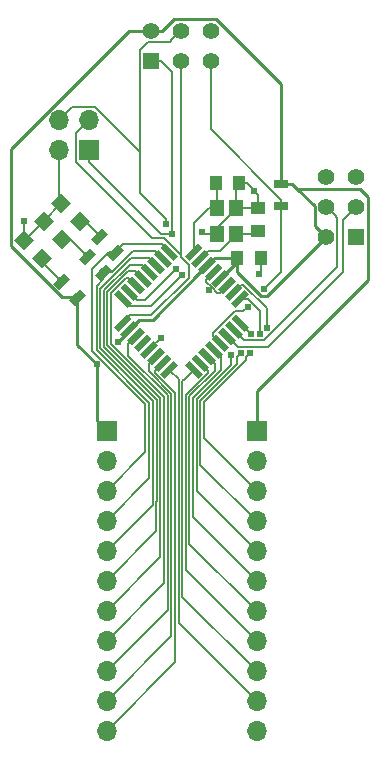
<source format=gtl>
G04 #@! TF.GenerationSoftware,KiCad,Pcbnew,5.0.2-bee76a0~70~ubuntu18.04.1*
G04 #@! TF.CreationDate,2019-11-24T23:22:00-05:00*
G04 #@! TF.ProjectId,328_Hacker,3332385f-4861-4636-9b65-722e6b696361,rev?*
G04 #@! TF.SameCoordinates,Original*
G04 #@! TF.FileFunction,Copper,L1,Top*
G04 #@! TF.FilePolarity,Positive*
%FSLAX46Y46*%
G04 Gerber Fmt 4.6, Leading zero omitted, Abs format (unit mm)*
G04 Created by KiCad (PCBNEW 5.0.2-bee76a0~70~ubuntu18.04.1) date Sun 24 Nov 2019 11:22:00 PM EST*
%MOMM*%
%LPD*%
G01*
G04 APERTURE LIST*
G04 #@! TA.AperFunction,SMDPad,CuDef*
%ADD10C,1.200000*%
G04 #@! TD*
G04 #@! TA.AperFunction,Conductor*
%ADD11C,0.100000*%
G04 #@! TD*
G04 #@! TA.AperFunction,ComponentPad*
%ADD12R,1.400000X1.400000*%
G04 #@! TD*
G04 #@! TA.AperFunction,ComponentPad*
%ADD13C,1.400000*%
G04 #@! TD*
G04 #@! TA.AperFunction,SMDPad,CuDef*
%ADD14R,1.000000X1.250000*%
G04 #@! TD*
G04 #@! TA.AperFunction,SMDPad,CuDef*
%ADD15R,1.250000X1.000000*%
G04 #@! TD*
G04 #@! TA.AperFunction,SMDPad,CuDef*
%ADD16R,1.300000X0.700000*%
G04 #@! TD*
G04 #@! TA.AperFunction,SMDPad,CuDef*
%ADD17C,0.550000*%
G04 #@! TD*
G04 #@! TA.AperFunction,SMDPad,CuDef*
%ADD18R,1.200000X1.400000*%
G04 #@! TD*
G04 #@! TA.AperFunction,ComponentPad*
%ADD19R,1.700000X1.700000*%
G04 #@! TD*
G04 #@! TA.AperFunction,ComponentPad*
%ADD20O,1.700000X1.700000*%
G04 #@! TD*
G04 #@! TA.AperFunction,SMDPad,CuDef*
%ADD21C,0.700000*%
G04 #@! TD*
G04 #@! TA.AperFunction,ViaPad*
%ADD22C,0.609600*%
G04 #@! TD*
G04 #@! TA.AperFunction,Conductor*
%ADD23C,0.152400*%
G04 #@! TD*
G04 #@! TA.AperFunction,Conductor*
%ADD24C,0.254000*%
G04 #@! TD*
G04 APERTURE END LIST*
D10*
G04 #@! TO.P,D1,2*
G04 #@! TO.N,Net-(D1-Pad2)*
X58054817Y-46345417D03*
D11*
G04 #@! TD*
G04 #@! TO.N,Net-(D1-Pad2)*
G04 #@! TO.C,D1*
G36*
X58903345Y-46345417D02*
X58054817Y-47193945D01*
X57206289Y-46345417D01*
X58054817Y-45496889D01*
X58903345Y-46345417D01*
X58903345Y-46345417D01*
G37*
D10*
G04 #@! TO.P,D1,1*
G04 #@! TO.N,GND*
X56499183Y-44789783D03*
D11*
G04 #@! TD*
G04 #@! TO.N,GND*
G04 #@! TO.C,D1*
G36*
X57347711Y-44789783D02*
X56499183Y-45638311D01*
X55650655Y-44789783D01*
X56499183Y-43941255D01*
X57347711Y-44789783D01*
X57347711Y-44789783D01*
G37*
D12*
G04 #@! TO.P,J4,1*
G04 #@! TO.N,/MISO*
X67233800Y-29616400D03*
D13*
G04 #@! TO.P,J4,2*
G04 #@! TO.N,VCC*
X67233800Y-27076400D03*
G04 #@! TO.P,J4,3*
G04 #@! TO.N,/SCK*
X69773800Y-29616400D03*
G04 #@! TO.P,J4,4*
G04 #@! TO.N,/MOSI*
X69773800Y-27076400D03*
G04 #@! TO.P,J4,5*
G04 #@! TO.N,/~RESET*
X72313799Y-29616400D03*
G04 #@! TO.P,J4,6*
G04 #@! TO.N,GND*
X72313800Y-27076400D03*
G04 #@! TD*
D14*
G04 #@! TO.P,C1,1*
G04 #@! TO.N,GND*
X76565000Y-46319440D03*
G04 #@! TO.P,C1,2*
G04 #@! TO.N,VCC*
X74565000Y-46319440D03*
G04 #@! TD*
D15*
G04 #@! TO.P,C2,2*
G04 #@! TO.N,Net-(C2-Pad2)*
X76321920Y-44075860D03*
G04 #@! TO.P,C2,1*
G04 #@! TO.N,GND*
X76321920Y-42075860D03*
G04 #@! TD*
D14*
G04 #@! TO.P,C3,1*
G04 #@! TO.N,GND*
X74751440Y-39961820D03*
G04 #@! TO.P,C3,2*
G04 #@! TO.N,Net-(C3-Pad2)*
X72751440Y-39961820D03*
G04 #@! TD*
D13*
G04 #@! TO.P,J3,6*
G04 #@! TO.N,GND*
X82113120Y-39476680D03*
G04 #@! TO.P,J3,5*
G04 #@! TO.N,Net-(J3-Pad5)*
X84653120Y-39476680D03*
G04 #@! TO.P,J3,4*
G04 #@! TO.N,/TxD*
X82113120Y-42016680D03*
G04 #@! TO.P,J3,3*
G04 #@! TO.N,/RxD*
X84653120Y-42016680D03*
G04 #@! TO.P,J3,2*
G04 #@! TO.N,VCC*
X82113120Y-44556680D03*
D12*
G04 #@! TO.P,J3,1*
G04 #@! TO.N,Net-(J3-Pad1)*
X84653120Y-44556680D03*
G04 #@! TD*
D16*
G04 #@! TO.P,R1,1*
G04 #@! TO.N,VCC*
X78310740Y-40022740D03*
G04 #@! TO.P,R1,2*
G04 #@! TO.N,/~RESET*
X78310740Y-41922740D03*
G04 #@! TD*
D17*
G04 #@! TO.P,U1,1*
G04 #@! TO.N,/5R*
X74835103Y-49774695D03*
D11*
G04 #@! TD*
G04 #@! TO.N,/5R*
G04 #@! TO.C,U1*
G36*
X75206334Y-49014555D02*
X75595243Y-49403464D01*
X74463872Y-50534835D01*
X74074963Y-50145926D01*
X75206334Y-49014555D01*
X75206334Y-49014555D01*
G37*
D17*
G04 #@! TO.P,U1,2*
G04 #@! TO.N,/4R*
X74269417Y-49209010D03*
D11*
G04 #@! TD*
G04 #@! TO.N,/4R*
G04 #@! TO.C,U1*
G36*
X74640648Y-48448870D02*
X75029557Y-48837779D01*
X73898186Y-49969150D01*
X73509277Y-49580241D01*
X74640648Y-48448870D01*
X74640648Y-48448870D01*
G37*
D17*
G04 #@! TO.P,U1,3*
G04 #@! TO.N,GND*
X73703732Y-48643324D03*
D11*
G04 #@! TD*
G04 #@! TO.N,GND*
G04 #@! TO.C,U1*
G36*
X74074963Y-47883184D02*
X74463872Y-48272093D01*
X73332501Y-49403464D01*
X72943592Y-49014555D01*
X74074963Y-47883184D01*
X74074963Y-47883184D01*
G37*
D17*
G04 #@! TO.P,U1,4*
G04 #@! TO.N,VCC*
X73138047Y-48077639D03*
D11*
G04 #@! TD*
G04 #@! TO.N,VCC*
G04 #@! TO.C,U1*
G36*
X73509278Y-47317499D02*
X73898187Y-47706408D01*
X72766816Y-48837779D01*
X72377907Y-48448870D01*
X73509278Y-47317499D01*
X73509278Y-47317499D01*
G37*
D17*
G04 #@! TO.P,U1,5*
G04 #@! TO.N,GND*
X72572361Y-47511953D03*
D11*
G04 #@! TD*
G04 #@! TO.N,GND*
G04 #@! TO.C,U1*
G36*
X72943592Y-46751813D02*
X73332501Y-47140722D01*
X72201130Y-48272093D01*
X71812221Y-47883184D01*
X72943592Y-46751813D01*
X72943592Y-46751813D01*
G37*
D17*
G04 #@! TO.P,U1,6*
G04 #@! TO.N,VCC*
X72006676Y-46946268D03*
D11*
G04 #@! TD*
G04 #@! TO.N,VCC*
G04 #@! TO.C,U1*
G36*
X72377907Y-46186128D02*
X72766816Y-46575037D01*
X71635445Y-47706408D01*
X71246536Y-47317499D01*
X72377907Y-46186128D01*
X72377907Y-46186128D01*
G37*
D17*
G04 #@! TO.P,U1,7*
G04 #@! TO.N,Net-(C2-Pad2)*
X71440990Y-46380583D03*
D11*
G04 #@! TD*
G04 #@! TO.N,Net-(C2-Pad2)*
G04 #@! TO.C,U1*
G36*
X71812221Y-45620443D02*
X72201130Y-46009352D01*
X71069759Y-47140723D01*
X70680850Y-46751814D01*
X71812221Y-45620443D01*
X71812221Y-45620443D01*
G37*
D17*
G04 #@! TO.P,U1,8*
G04 #@! TO.N,Net-(C3-Pad2)*
X70875305Y-45814897D03*
D11*
G04 #@! TD*
G04 #@! TO.N,Net-(C3-Pad2)*
G04 #@! TO.C,U1*
G36*
X71246536Y-45054757D02*
X71635445Y-45443666D01*
X70504074Y-46575037D01*
X70115165Y-46186128D01*
X71246536Y-45054757D01*
X71246536Y-45054757D01*
G37*
D17*
G04 #@! TO.P,U1,9*
G04 #@! TO.N,/1L*
X68824695Y-45814897D03*
D11*
G04 #@! TD*
G04 #@! TO.N,/1L*
G04 #@! TO.C,U1*
G36*
X68064555Y-45443666D02*
X68453464Y-45054757D01*
X69584835Y-46186128D01*
X69195926Y-46575037D01*
X68064555Y-45443666D01*
X68064555Y-45443666D01*
G37*
D17*
G04 #@! TO.P,U1,10*
G04 #@! TO.N,/2L*
X68259010Y-46380583D03*
D11*
G04 #@! TD*
G04 #@! TO.N,/2L*
G04 #@! TO.C,U1*
G36*
X67498870Y-46009352D02*
X67887779Y-45620443D01*
X69019150Y-46751814D01*
X68630241Y-47140723D01*
X67498870Y-46009352D01*
X67498870Y-46009352D01*
G37*
D17*
G04 #@! TO.P,U1,11*
G04 #@! TO.N,/3L*
X67693324Y-46946268D03*
D11*
G04 #@! TD*
G04 #@! TO.N,/3L*
G04 #@! TO.C,U1*
G36*
X66933184Y-46575037D02*
X67322093Y-46186128D01*
X68453464Y-47317499D01*
X68064555Y-47706408D01*
X66933184Y-46575037D01*
X66933184Y-46575037D01*
G37*
D17*
G04 #@! TO.P,U1,12*
G04 #@! TO.N,/4L*
X67127639Y-47511953D03*
D11*
G04 #@! TD*
G04 #@! TO.N,/4L*
G04 #@! TO.C,U1*
G36*
X66367499Y-47140722D02*
X66756408Y-46751813D01*
X67887779Y-47883184D01*
X67498870Y-48272093D01*
X66367499Y-47140722D01*
X66367499Y-47140722D01*
G37*
D17*
G04 #@! TO.P,U1,13*
G04 #@! TO.N,/5L*
X66561953Y-48077639D03*
D11*
G04 #@! TD*
G04 #@! TO.N,/5L*
G04 #@! TO.C,U1*
G36*
X65801813Y-47706408D02*
X66190722Y-47317499D01*
X67322093Y-48448870D01*
X66933184Y-48837779D01*
X65801813Y-47706408D01*
X65801813Y-47706408D01*
G37*
D17*
G04 #@! TO.P,U1,14*
G04 #@! TO.N,/6L*
X65996268Y-48643324D03*
D11*
G04 #@! TD*
G04 #@! TO.N,/6L*
G04 #@! TO.C,U1*
G36*
X65236128Y-48272093D02*
X65625037Y-47883184D01*
X66756408Y-49014555D01*
X66367499Y-49403464D01*
X65236128Y-48272093D01*
X65236128Y-48272093D01*
G37*
D17*
G04 #@! TO.P,U1,15*
G04 #@! TO.N,/MOSI*
X65430583Y-49209010D03*
D11*
G04 #@! TD*
G04 #@! TO.N,/MOSI*
G04 #@! TO.C,U1*
G36*
X64670443Y-48837779D02*
X65059352Y-48448870D01*
X66190723Y-49580241D01*
X65801814Y-49969150D01*
X64670443Y-48837779D01*
X64670443Y-48837779D01*
G37*
D17*
G04 #@! TO.P,U1,16*
G04 #@! TO.N,/MISO*
X64864897Y-49774695D03*
D11*
G04 #@! TD*
G04 #@! TO.N,/MISO*
G04 #@! TO.C,U1*
G36*
X64104757Y-49403464D02*
X64493666Y-49014555D01*
X65625037Y-50145926D01*
X65236128Y-50534835D01*
X64104757Y-49403464D01*
X64104757Y-49403464D01*
G37*
D17*
G04 #@! TO.P,U1,17*
G04 #@! TO.N,/SCK*
X64864897Y-51825305D03*
D11*
G04 #@! TD*
G04 #@! TO.N,/SCK*
G04 #@! TO.C,U1*
G36*
X65236128Y-51065165D02*
X65625037Y-51454074D01*
X64493666Y-52585445D01*
X64104757Y-52196536D01*
X65236128Y-51065165D01*
X65236128Y-51065165D01*
G37*
D17*
G04 #@! TO.P,U1,18*
G04 #@! TO.N,VCC*
X65430583Y-52390990D03*
D11*
G04 #@! TD*
G04 #@! TO.N,VCC*
G04 #@! TO.C,U1*
G36*
X65801814Y-51630850D02*
X66190723Y-52019759D01*
X65059352Y-53151130D01*
X64670443Y-52762221D01*
X65801814Y-51630850D01*
X65801814Y-51630850D01*
G37*
D17*
G04 #@! TO.P,U1,19*
G04 #@! TO.N,/7L*
X65996268Y-52956676D03*
D11*
G04 #@! TD*
G04 #@! TO.N,/7L*
G04 #@! TO.C,U1*
G36*
X66367499Y-52196536D02*
X66756408Y-52585445D01*
X65625037Y-53716816D01*
X65236128Y-53327907D01*
X66367499Y-52196536D01*
X66367499Y-52196536D01*
G37*
D17*
G04 #@! TO.P,U1,20*
G04 #@! TO.N,Net-(U1-Pad20)*
X66561953Y-53522361D03*
D11*
G04 #@! TD*
G04 #@! TO.N,Net-(U1-Pad20)*
G04 #@! TO.C,U1*
G36*
X66933184Y-52762221D02*
X67322093Y-53151130D01*
X66190722Y-54282501D01*
X65801813Y-53893592D01*
X66933184Y-52762221D01*
X66933184Y-52762221D01*
G37*
D17*
G04 #@! TO.P,U1,21*
G04 #@! TO.N,GND*
X67127639Y-54088047D03*
D11*
G04 #@! TD*
G04 #@! TO.N,GND*
G04 #@! TO.C,U1*
G36*
X67498870Y-53327907D02*
X67887779Y-53716816D01*
X66756408Y-54848187D01*
X66367499Y-54459278D01*
X67498870Y-53327907D01*
X67498870Y-53327907D01*
G37*
D17*
G04 #@! TO.P,U1,22*
G04 #@! TO.N,/8L*
X67693324Y-54653732D03*
D11*
G04 #@! TD*
G04 #@! TO.N,/8L*
G04 #@! TO.C,U1*
G36*
X68064555Y-53893592D02*
X68453464Y-54282501D01*
X67322093Y-55413872D01*
X66933184Y-55024963D01*
X68064555Y-53893592D01*
X68064555Y-53893592D01*
G37*
D17*
G04 #@! TO.P,U1,23*
G04 #@! TO.N,/9L*
X68259010Y-55219417D03*
D11*
G04 #@! TD*
G04 #@! TO.N,/9L*
G04 #@! TO.C,U1*
G36*
X68630241Y-54459277D02*
X69019150Y-54848186D01*
X67887779Y-55979557D01*
X67498870Y-55590648D01*
X68630241Y-54459277D01*
X68630241Y-54459277D01*
G37*
D17*
G04 #@! TO.P,U1,24*
G04 #@! TO.N,/10L*
X68824695Y-55785103D03*
D11*
G04 #@! TD*
G04 #@! TO.N,/10L*
G04 #@! TO.C,U1*
G36*
X69195926Y-55024963D02*
X69584835Y-55413872D01*
X68453464Y-56545243D01*
X68064555Y-56156334D01*
X69195926Y-55024963D01*
X69195926Y-55024963D01*
G37*
D17*
G04 #@! TO.P,U1,25*
G04 #@! TO.N,/10R*
X70875305Y-55785103D03*
D11*
G04 #@! TD*
G04 #@! TO.N,/10R*
G04 #@! TO.C,U1*
G36*
X70115165Y-55413872D02*
X70504074Y-55024963D01*
X71635445Y-56156334D01*
X71246536Y-56545243D01*
X70115165Y-55413872D01*
X70115165Y-55413872D01*
G37*
D17*
G04 #@! TO.P,U1,26*
G04 #@! TO.N,/9R*
X71440990Y-55219417D03*
D11*
G04 #@! TD*
G04 #@! TO.N,/9R*
G04 #@! TO.C,U1*
G36*
X70680850Y-54848186D02*
X71069759Y-54459277D01*
X72201130Y-55590648D01*
X71812221Y-55979557D01*
X70680850Y-54848186D01*
X70680850Y-54848186D01*
G37*
D17*
G04 #@! TO.P,U1,27*
G04 #@! TO.N,/8R*
X72006676Y-54653732D03*
D11*
G04 #@! TD*
G04 #@! TO.N,/8R*
G04 #@! TO.C,U1*
G36*
X71246536Y-54282501D02*
X71635445Y-53893592D01*
X72766816Y-55024963D01*
X72377907Y-55413872D01*
X71246536Y-54282501D01*
X71246536Y-54282501D01*
G37*
D17*
G04 #@! TO.P,U1,28*
G04 #@! TO.N,/7R*
X72572361Y-54088047D03*
D11*
G04 #@! TD*
G04 #@! TO.N,/7R*
G04 #@! TO.C,U1*
G36*
X71812221Y-53716816D02*
X72201130Y-53327907D01*
X73332501Y-54459278D01*
X72943592Y-54848187D01*
X71812221Y-53716816D01*
X71812221Y-53716816D01*
G37*
D17*
G04 #@! TO.P,U1,29*
G04 #@! TO.N,/~RESET*
X73138047Y-53522361D03*
D11*
G04 #@! TD*
G04 #@! TO.N,/~RESET*
G04 #@! TO.C,U1*
G36*
X72377907Y-53151130D02*
X72766816Y-52762221D01*
X73898187Y-53893592D01*
X73509278Y-54282501D01*
X72377907Y-53151130D01*
X72377907Y-53151130D01*
G37*
D17*
G04 #@! TO.P,U1,30*
G04 #@! TO.N,/RxD*
X73703732Y-52956676D03*
D11*
G04 #@! TD*
G04 #@! TO.N,/RxD*
G04 #@! TO.C,U1*
G36*
X72943592Y-52585445D02*
X73332501Y-52196536D01*
X74463872Y-53327907D01*
X74074963Y-53716816D01*
X72943592Y-52585445D01*
X72943592Y-52585445D01*
G37*
D17*
G04 #@! TO.P,U1,31*
G04 #@! TO.N,/TxD*
X74269417Y-52390990D03*
D11*
G04 #@! TD*
G04 #@! TO.N,/TxD*
G04 #@! TO.C,U1*
G36*
X73509277Y-52019759D02*
X73898186Y-51630850D01*
X75029557Y-52762221D01*
X74640648Y-53151130D01*
X73509277Y-52019759D01*
X73509277Y-52019759D01*
G37*
D17*
G04 #@! TO.P,U1,32*
G04 #@! TO.N,/6R*
X74835103Y-51825305D03*
D11*
G04 #@! TD*
G04 #@! TO.N,/6R*
G04 #@! TO.C,U1*
G36*
X74074963Y-51454074D02*
X74463872Y-51065165D01*
X75595243Y-52196536D01*
X75206334Y-52585445D01*
X74074963Y-51454074D01*
X74074963Y-51454074D01*
G37*
D18*
G04 #@! TO.P,Y1,1*
G04 #@! TO.N,Net-(C2-Pad2)*
X74487940Y-44280000D03*
G04 #@! TO.P,Y1,2*
G04 #@! TO.N,GND*
X74487940Y-42080000D03*
G04 #@! TO.P,Y1,3*
G04 #@! TO.N,Net-(C3-Pad2)*
X72887940Y-42080000D03*
G04 #@! TO.P,Y1,4*
G04 #@! TO.N,GND*
X72887940Y-44280000D03*
G04 #@! TD*
D19*
G04 #@! TO.P,J1,1*
G04 #@! TO.N,VCC*
X63500000Y-60960000D03*
D20*
G04 #@! TO.P,J1,2*
G04 #@! TO.N,GND*
X63500000Y-63500000D03*
G04 #@! TO.P,J1,3*
G04 #@! TO.N,/1L*
X63500000Y-66040000D03*
G04 #@! TO.P,J1,4*
G04 #@! TO.N,/2L*
X63500000Y-68580000D03*
G04 #@! TO.P,J1,5*
G04 #@! TO.N,/3L*
X63500000Y-71120000D03*
G04 #@! TO.P,J1,6*
G04 #@! TO.N,/4L*
X63500000Y-73660000D03*
G04 #@! TO.P,J1,7*
G04 #@! TO.N,/5L*
X63500000Y-76200000D03*
G04 #@! TO.P,J1,8*
G04 #@! TO.N,/6L*
X63500000Y-78740000D03*
G04 #@! TO.P,J1,9*
G04 #@! TO.N,/7L*
X63500000Y-81280000D03*
G04 #@! TO.P,J1,10*
G04 #@! TO.N,/8L*
X63500000Y-83820000D03*
G04 #@! TO.P,J1,11*
G04 #@! TO.N,/9L*
X63500000Y-86360000D03*
G04 #@! TD*
G04 #@! TO.P,J2,11*
G04 #@! TO.N,GND*
X76200000Y-86360000D03*
G04 #@! TO.P,J2,10*
G04 #@! TO.N,/10L*
X76200000Y-83820000D03*
G04 #@! TO.P,J2,9*
G04 #@! TO.N,/10R*
X76200000Y-81280000D03*
G04 #@! TO.P,J2,8*
G04 #@! TO.N,/9R*
X76200000Y-78740000D03*
G04 #@! TO.P,J2,7*
G04 #@! TO.N,/8R*
X76200000Y-76200000D03*
G04 #@! TO.P,J2,6*
G04 #@! TO.N,/7R*
X76200000Y-73660000D03*
G04 #@! TO.P,J2,5*
G04 #@! TO.N,/6R*
X76200000Y-71120000D03*
G04 #@! TO.P,J2,4*
G04 #@! TO.N,/5R*
X76200000Y-68580000D03*
G04 #@! TO.P,J2,3*
G04 #@! TO.N,/4R*
X76200000Y-66040000D03*
G04 #@! TO.P,J2,2*
G04 #@! TO.N,GND*
X76200000Y-63500000D03*
D19*
G04 #@! TO.P,J2,1*
G04 #@! TO.N,VCC*
X76200000Y-60960000D03*
G04 #@! TD*
D21*
G04 #@! TO.P,R2,1*
G04 #@! TO.N,VCC*
X61022151Y-49655651D03*
D11*
G04 #@! TD*
G04 #@! TO.N,VCC*
G04 #@! TO.C,R2*
G36*
X61729258Y-49443519D02*
X60810019Y-50362758D01*
X60315044Y-49867783D01*
X61234283Y-48948544D01*
X61729258Y-49443519D01*
X61729258Y-49443519D01*
G37*
D21*
G04 #@! TO.P,R2,2*
G04 #@! TO.N,Net-(D1-Pad2)*
X59678649Y-48312149D03*
D11*
G04 #@! TD*
G04 #@! TO.N,Net-(D1-Pad2)*
G04 #@! TO.C,R2*
G36*
X60385756Y-48100017D02*
X59466517Y-49019256D01*
X58971542Y-48524281D01*
X59890781Y-47605042D01*
X60385756Y-48100017D01*
X60385756Y-48100017D01*
G37*
D10*
G04 #@! TO.P,D2,2*
G04 #@! TO.N,Net-(D2-Pad2)*
X59756617Y-44707117D03*
D11*
G04 #@! TD*
G04 #@! TO.N,Net-(D2-Pad2)*
G04 #@! TO.C,D2*
G36*
X60605145Y-44707117D02*
X59756617Y-45555645D01*
X58908089Y-44707117D01*
X59756617Y-43858589D01*
X60605145Y-44707117D01*
X60605145Y-44707117D01*
G37*
D10*
G04 #@! TO.P,D2,1*
G04 #@! TO.N,GND*
X58200983Y-43151483D03*
D11*
G04 #@! TD*
G04 #@! TO.N,GND*
G04 #@! TO.C,D2*
G36*
X59049511Y-43151483D02*
X58200983Y-44000011D01*
X57352455Y-43151483D01*
X58200983Y-42302955D01*
X59049511Y-43151483D01*
X59049511Y-43151483D01*
G37*
D10*
G04 #@! TO.P,D3,1*
G04 #@! TO.N,GND*
X59683766Y-41675166D03*
D11*
G04 #@! TD*
G04 #@! TO.N,GND*
G04 #@! TO.C,D3*
G36*
X60532294Y-41675166D02*
X59683766Y-42523694D01*
X58835238Y-41675166D01*
X59683766Y-40826638D01*
X60532294Y-41675166D01*
X60532294Y-41675166D01*
G37*
D10*
G04 #@! TO.P,D3,2*
G04 #@! TO.N,Net-(D3-Pad2)*
X61239400Y-43230800D03*
D11*
G04 #@! TD*
G04 #@! TO.N,Net-(D3-Pad2)*
G04 #@! TO.C,D3*
G36*
X62087928Y-43230800D02*
X61239400Y-44079328D01*
X60390872Y-43230800D01*
X61239400Y-42382272D01*
X62087928Y-43230800D01*
X62087928Y-43230800D01*
G37*
D21*
G04 #@! TO.P,R3,2*
G04 #@! TO.N,Net-(D2-Pad2)*
X61888449Y-46191249D03*
D11*
G04 #@! TD*
G04 #@! TO.N,Net-(D2-Pad2)*
G04 #@! TO.C,R3*
G36*
X62595556Y-45979117D02*
X61676317Y-46898356D01*
X61181342Y-46403381D01*
X62100581Y-45484142D01*
X62595556Y-45979117D01*
X62595556Y-45979117D01*
G37*
D21*
G04 #@! TO.P,R3,1*
G04 #@! TO.N,/2L*
X63231951Y-47534751D03*
D11*
G04 #@! TD*
G04 #@! TO.N,/2L*
G04 #@! TO.C,R3*
G36*
X63939058Y-47322619D02*
X63019819Y-48241858D01*
X62524844Y-47746883D01*
X63444083Y-46827644D01*
X63939058Y-47322619D01*
X63939058Y-47322619D01*
G37*
D21*
G04 #@! TO.P,R4,1*
G04 #@! TO.N,/1L*
X64273351Y-45832951D03*
D11*
G04 #@! TD*
G04 #@! TO.N,/1L*
G04 #@! TO.C,R4*
G36*
X64980458Y-45620819D02*
X64061219Y-46540058D01*
X63566244Y-46045083D01*
X64485483Y-45125844D01*
X64980458Y-45620819D01*
X64980458Y-45620819D01*
G37*
D21*
G04 #@! TO.P,R4,2*
G04 #@! TO.N,Net-(D3-Pad2)*
X62929849Y-44489449D03*
D11*
G04 #@! TD*
G04 #@! TO.N,Net-(D3-Pad2)*
G04 #@! TO.C,R4*
G36*
X63636956Y-44277317D02*
X62717717Y-45196556D01*
X62222742Y-44701581D01*
X63141981Y-43782342D01*
X63636956Y-44277317D01*
X63636956Y-44277317D01*
G37*
D19*
G04 #@! TO.P,J5,1*
G04 #@! TO.N,/MISO*
X62026800Y-37185600D03*
D20*
G04 #@! TO.P,J5,2*
G04 #@! TO.N,/SCK*
X62026800Y-34645600D03*
G04 #@! TO.P,J5,3*
G04 #@! TO.N,GND*
X59486800Y-37185600D03*
G04 #@! TO.P,J5,4*
G04 #@! TO.N,/MOSI*
X59486800Y-34645600D03*
G04 #@! TD*
D22*
G04 #@! TO.N,GND*
X75984100Y-40690800D03*
X71592440Y-44084240D03*
X76370180Y-47696120D03*
X72138540Y-49070260D03*
X68130420Y-53060600D03*
X56489600Y-43230800D03*
G04 #@! TO.N,VCC*
X64499838Y-53457762D03*
X62653296Y-55304304D03*
G04 #@! TO.N,/6R*
X75742800Y-52730400D03*
X74073947Y-54501641D03*
G04 #@! TO.N,/5R*
X76504801Y-52730401D03*
X74879200Y-54381400D03*
G04 #@! TO.N,/4R*
X77103223Y-52258663D03*
X75641200Y-54381400D03*
G04 #@! TO.N,/MISO*
X69920555Y-47739904D03*
X69044582Y-44312640D03*
G04 #@! TO.N,/MOSI*
X69342000Y-47244000D03*
X68511182Y-43474441D03*
G04 #@! TO.N,/~RESET*
X75439017Y-50460617D03*
X76832460Y-48961028D03*
G04 #@! TD*
D23*
G04 #@! TO.N,GND*
X74487940Y-42180000D02*
X74487940Y-42080000D01*
X72887940Y-43780000D02*
X74487940Y-42180000D01*
X72887940Y-44280000D02*
X72887940Y-43780000D01*
X74487940Y-40225320D02*
X74751440Y-39961820D01*
X74487940Y-42080000D02*
X74487940Y-40225320D01*
X76317780Y-42080000D02*
X76321920Y-42075860D01*
X74487940Y-42080000D02*
X76317780Y-42080000D01*
X75984100Y-40542080D02*
X75984100Y-40690800D01*
X74751440Y-39961820D02*
X75403840Y-39961820D01*
X75403840Y-39961820D02*
X75984100Y-40542080D01*
X76321920Y-41028620D02*
X75984100Y-40690800D01*
X76321920Y-42075860D02*
X76321920Y-41028620D01*
X72887940Y-44280000D02*
X71788200Y-44280000D01*
X71788200Y-44280000D02*
X71592440Y-44084240D01*
X76565000Y-46319440D02*
X76565000Y-47501300D01*
X76565000Y-47501300D02*
X76370180Y-47696120D01*
X71935966Y-48148348D02*
X72572361Y-47511953D01*
X71935966Y-48330234D02*
X71935966Y-48148348D01*
X73067337Y-49279719D02*
X72885451Y-49279719D01*
X73703732Y-48643324D02*
X73067337Y-49279719D01*
X72388972Y-48783240D02*
X72388972Y-48819828D01*
X72388972Y-48819828D02*
X72138540Y-49070260D01*
X72388972Y-48783240D02*
X71935966Y-48330234D01*
X72885451Y-49279719D02*
X72388972Y-48783240D01*
X67127639Y-54088047D02*
X67127639Y-54063381D01*
X67127639Y-54063381D02*
X68130420Y-53060600D01*
X59486800Y-41478200D02*
X59683766Y-41675166D01*
X59486800Y-37185600D02*
X59486800Y-41478200D01*
X58207449Y-43151483D02*
X58200983Y-43151483D01*
X59683766Y-41675166D02*
X58207449Y-43151483D01*
X56562683Y-44789783D02*
X56499183Y-44789783D01*
X58200983Y-43151483D02*
X56562683Y-44789783D01*
X56499183Y-44789783D02*
X56499183Y-43240383D01*
X56499183Y-43240383D02*
X56489600Y-43230800D01*
D24*
G04 #@! TO.N,VCC*
X67408424Y-51544520D02*
X71370281Y-47582663D01*
X71370281Y-47582663D02*
X72006676Y-46946268D01*
X66277053Y-51544520D02*
X67408424Y-51544520D01*
X65430583Y-52390990D02*
X66277053Y-51544520D01*
X74555433Y-46309873D02*
X74565000Y-46319440D01*
X72643071Y-46309873D02*
X74555433Y-46309873D01*
X72006676Y-46946268D02*
X72643071Y-46309873D01*
X74565000Y-46650686D02*
X73138047Y-48077639D01*
X74565000Y-46319440D02*
X74565000Y-46650686D01*
X74565000Y-46319440D02*
X74565000Y-46444440D01*
X79214740Y-40022740D02*
X78310740Y-40022740D01*
X76200000Y-60960000D02*
X76200000Y-57583514D01*
X76200000Y-57583514D02*
X85632521Y-48150993D01*
X79648081Y-40456081D02*
X79214740Y-40022740D01*
X85632521Y-48150993D02*
X85632521Y-41131721D01*
X84956881Y-40456081D02*
X79648081Y-40456081D01*
X85632521Y-41131721D02*
X84956881Y-40456081D01*
X81133719Y-41941719D02*
X79648081Y-40456081D01*
X81133719Y-43577279D02*
X81133719Y-41941719D01*
X82113120Y-44556680D02*
X81133719Y-43577279D01*
X74565000Y-46319440D02*
X74565000Y-47547008D01*
X74565000Y-47547008D02*
X75234998Y-48217006D01*
X77124572Y-49545228D02*
X76563220Y-49545228D01*
X82113120Y-44556680D02*
X77124572Y-49545228D01*
X75234998Y-48217006D02*
X76563220Y-49545228D01*
X72783913Y-26096999D02*
X78310740Y-31623826D01*
X69203150Y-26096999D02*
X72783913Y-26096999D01*
X78310740Y-31623826D02*
X78310740Y-39418740D01*
X68223749Y-27076400D02*
X69203150Y-26096999D01*
X78310740Y-39418740D02*
X78310740Y-40022740D01*
X67233800Y-27076400D02*
X68223749Y-27076400D01*
X65430583Y-52390990D02*
X65430583Y-52527017D01*
X65430583Y-52527017D02*
X64499838Y-53457762D01*
X62492504Y-55304304D02*
X62653296Y-55304304D01*
X62653296Y-60113296D02*
X63500000Y-60960000D01*
X62653296Y-55304304D02*
X62653296Y-60113296D01*
X60427176Y-49655651D02*
X61022151Y-49655651D01*
X55371245Y-45319131D02*
X59707765Y-49655651D01*
X65384486Y-27076400D02*
X55371245Y-37089641D01*
X59707765Y-49655651D02*
X60427176Y-49655651D01*
X55371245Y-37089641D02*
X55371245Y-45319131D01*
X67233800Y-27076400D02*
X65384486Y-27076400D01*
X61022151Y-53673159D02*
X62653296Y-55304304D01*
X61022151Y-49655651D02*
X61022151Y-53673159D01*
D23*
G04 #@! TO.N,Net-(C2-Pad2)*
X74487940Y-44380000D02*
X74487940Y-44280000D01*
X73123752Y-45744188D02*
X74487940Y-44380000D01*
X72077385Y-45744188D02*
X73123752Y-45744188D01*
X71440990Y-46380583D02*
X72077385Y-45744188D01*
X76117780Y-44280000D02*
X76321920Y-44075860D01*
X74487940Y-44280000D02*
X76117780Y-44280000D01*
G04 #@! TO.N,Net-(C3-Pad2)*
X72135540Y-42080000D02*
X72887940Y-42080000D01*
X70875305Y-43340235D02*
X72135540Y-42080000D01*
X70875305Y-45814897D02*
X70875305Y-43340235D01*
X72887940Y-40098320D02*
X72751440Y-39961820D01*
X72887940Y-42080000D02*
X72887940Y-40098320D01*
G04 #@! TO.N,/1L*
X66789300Y-62750700D02*
X63500000Y-66040000D01*
X66789300Y-58685966D02*
X66789300Y-62750700D01*
X68824695Y-45814897D02*
X68188300Y-45178502D01*
X64927800Y-45178502D02*
X64273351Y-45832951D01*
X68188300Y-45178502D02*
X64927800Y-45178502D01*
X64273351Y-45832951D02*
X63678376Y-45832951D01*
X62296234Y-54192900D02*
X62382400Y-54279066D01*
X62296234Y-47215093D02*
X62296234Y-54192900D01*
X63678376Y-45832951D02*
X62296234Y-47215093D01*
X62382400Y-54279066D02*
X66789300Y-58685966D01*
G04 #@! TO.N,/2L*
X67622615Y-45744188D02*
X65716464Y-45744188D01*
X68259010Y-46380583D02*
X67622615Y-45744188D01*
X63500000Y-68580000D02*
X67106790Y-64973210D01*
X67106790Y-64973210D02*
X67106790Y-58572390D01*
X63925901Y-47534751D02*
X63231951Y-47534751D01*
X65716464Y-45744188D02*
X63925901Y-47534751D01*
X62656907Y-48704770D02*
X62656907Y-54122507D01*
X62656907Y-54122507D02*
X62687200Y-54152800D01*
X63231951Y-48129726D02*
X62656907Y-48704770D01*
X63231951Y-47534751D02*
X63231951Y-48129726D01*
X67106790Y-58572390D02*
X62687200Y-54152800D01*
G04 #@! TO.N,/3L*
X67056929Y-46309873D02*
X67693324Y-46946268D01*
X67411600Y-67208400D02*
X67411600Y-58419266D01*
X63500000Y-71120000D02*
X67411600Y-67208400D01*
X67411600Y-58419266D02*
X62961717Y-53969383D01*
X62961717Y-53969383D02*
X62961717Y-48930001D01*
X62961717Y-48930001D02*
X65581845Y-46309873D01*
X65581845Y-46309873D02*
X67056929Y-46309873D01*
G04 #@! TO.N,/4L*
X66491244Y-46875558D02*
X65447226Y-46875558D01*
X67127639Y-47511953D02*
X66491244Y-46875558D01*
X67741790Y-58318390D02*
X67741790Y-66878210D01*
X65447226Y-46875558D02*
X63266527Y-49056257D01*
X63266527Y-49056257D02*
X63266527Y-53843127D01*
X63266527Y-53843127D02*
X67741790Y-58318390D01*
X67716410Y-69443590D02*
X67716410Y-66903590D01*
X67716410Y-66903590D02*
X67741790Y-66878210D01*
X63500000Y-73660000D02*
X67716410Y-69443590D01*
G04 #@! TO.N,/5L*
X65925558Y-47441244D02*
X66561953Y-48077639D01*
X68046600Y-71653400D02*
X68046600Y-58189932D01*
X65312606Y-47441244D02*
X65925558Y-47441244D01*
X63500000Y-76200000D02*
X68046600Y-71653400D01*
X68046600Y-58189932D02*
X63571337Y-53714669D01*
X63571337Y-53714669D02*
X63571337Y-49182513D01*
X63571337Y-49182513D02*
X65312606Y-47441244D01*
G04 #@! TO.N,/6L*
X65359873Y-48006929D02*
X65996268Y-48643324D01*
X68364080Y-73875920D02*
X68364080Y-58076346D01*
X63876147Y-53588413D02*
X63876147Y-49308769D01*
X63500000Y-78740000D02*
X68364080Y-73875920D01*
X68364080Y-58076346D02*
X63876147Y-53588413D01*
X65177987Y-48006929D02*
X65359873Y-48006929D01*
X63876147Y-49308769D02*
X65177987Y-48006929D01*
G04 #@! TO.N,/7L*
X65359873Y-53593071D02*
X65996268Y-52956676D01*
X65359873Y-54641073D02*
X65359873Y-53593071D01*
X68668890Y-57950090D02*
X65359873Y-54641073D01*
X63500000Y-81280000D02*
X68668890Y-76111110D01*
X68668890Y-76111110D02*
X68668890Y-57950090D01*
G04 #@! TO.N,/8L*
X67056929Y-55290127D02*
X67693324Y-54653732D01*
X67056929Y-55906329D02*
X67056929Y-55290127D01*
X68973700Y-57823100D02*
X67056929Y-55906329D01*
X63500000Y-83820000D02*
X68973700Y-78346300D01*
X68973700Y-78346300D02*
X68973700Y-57823100D01*
G04 #@! TO.N,/9L*
X67622615Y-56037699D02*
X69303890Y-57718974D01*
X69303890Y-80556110D02*
X63500000Y-86360000D01*
X69303890Y-57718974D02*
X69303890Y-80556110D01*
X68259010Y-55219417D02*
X67622615Y-55855812D01*
X67622615Y-55855812D02*
X67622615Y-56037699D01*
G04 #@! TO.N,/10L*
X68824695Y-55785103D02*
X69608700Y-56569108D01*
X69616320Y-77236320D02*
X69608700Y-77236320D01*
X76200000Y-83820000D02*
X69616320Y-77236320D01*
X69608700Y-56569108D02*
X69608700Y-77236320D01*
G04 #@! TO.N,/10R*
X70116700Y-56543708D02*
X70875305Y-55785103D01*
X69913510Y-74993510D02*
X69913510Y-56746898D01*
X69913510Y-56746898D02*
X70116700Y-56543708D01*
X76200000Y-81280000D02*
X69913510Y-74993510D01*
G04 #@! TO.N,/9R*
X72077385Y-56050375D02*
X72077385Y-55855812D01*
X70218320Y-57909440D02*
X72077385Y-56050375D01*
X72077385Y-55855812D02*
X71440990Y-55219417D01*
X70218320Y-72758320D02*
X70218320Y-57909440D01*
X76200000Y-78740000D02*
X70218320Y-72758320D01*
G04 #@! TO.N,/8R*
X72643071Y-55290127D02*
X72006676Y-54653732D01*
X72643071Y-55915755D02*
X72643071Y-55290127D01*
X70523130Y-58035696D02*
X72643071Y-55915755D01*
X70523130Y-70523130D02*
X70523130Y-58035696D01*
X76200000Y-76200000D02*
X70523130Y-70523130D01*
G04 #@! TO.N,/6R*
X74835103Y-51825305D02*
X74837705Y-51825305D01*
X74837705Y-51825305D02*
X75742800Y-52730400D01*
G04 #@! TO.N,/7R*
X73208756Y-54724442D02*
X72572361Y-54088047D01*
X73208756Y-55781136D02*
X73208756Y-54724442D01*
X70827940Y-58161952D02*
X73208756Y-55781136D01*
X70827940Y-68287940D02*
X70827940Y-58161952D01*
X76200000Y-73660000D02*
X70827940Y-68287940D01*
G04 #@! TO.N,/6R*
X76200000Y-71120000D02*
X71132750Y-66052750D01*
X71132750Y-66052750D02*
X71132750Y-58724800D01*
X71132750Y-58724800D02*
X71132750Y-58288208D01*
X71132750Y-58288208D02*
X74073947Y-55347011D01*
X74073947Y-55347011D02*
X74073947Y-54501641D01*
G04 #@! TO.N,/5R*
X76504801Y-52730401D02*
X76504801Y-50772059D01*
X75507437Y-49774695D02*
X74835103Y-49774695D01*
X76504801Y-50772059D02*
X75507437Y-49774695D01*
X74574401Y-54686199D02*
X74879200Y-54381400D01*
X71437560Y-58414464D02*
X74574401Y-55277623D01*
X74574401Y-55277623D02*
X74574401Y-54686199D01*
X76200000Y-68580000D02*
X71437560Y-63817560D01*
X71437560Y-63817560D02*
X71437560Y-58414464D01*
G04 #@! TO.N,/4R*
X77103223Y-50588139D02*
X77103223Y-52258663D01*
X75087699Y-48572615D02*
X77103223Y-50588139D01*
X74269417Y-49209010D02*
X74905812Y-48572615D01*
X74905812Y-48572615D02*
X75087699Y-48572615D01*
X75336401Y-54686199D02*
X75641200Y-54381400D01*
X75336401Y-54946689D02*
X75336401Y-54686199D01*
X71742370Y-58540720D02*
X75336401Y-54946689D01*
X76200000Y-66040000D02*
X71742370Y-61582370D01*
X71742370Y-61582370D02*
X71742370Y-58540720D01*
G04 #@! TO.N,/TxD*
X82813119Y-42716679D02*
X82113120Y-42016680D01*
X83041721Y-47074507D02*
X83041721Y-42945281D01*
X76852427Y-53263801D02*
X83041721Y-47074507D01*
X75142228Y-53263801D02*
X76852427Y-53263801D01*
X83041721Y-42945281D02*
X82813119Y-42716679D01*
X74269417Y-52390990D02*
X75142228Y-53263801D01*
G04 #@! TO.N,/RxD*
X83953121Y-42716679D02*
X84653120Y-42016680D01*
X83550760Y-47469986D02*
X83550760Y-43119040D01*
X83550760Y-43119040D02*
X83953121Y-42716679D01*
X77172746Y-53848000D02*
X83550760Y-47469986D01*
X74595056Y-53848000D02*
X77172746Y-53848000D01*
X73703732Y-52956676D02*
X74595056Y-53848000D01*
G04 #@! TO.N,/MISO*
X67249369Y-50411090D02*
X69920555Y-47739904D01*
X64864897Y-49774695D02*
X65501292Y-50411090D01*
X65501292Y-50411090D02*
X67249369Y-50411090D01*
X68086200Y-29616400D02*
X67233800Y-29616400D01*
X69044582Y-30574782D02*
X68086200Y-29616400D01*
X69044582Y-44312640D02*
X69044582Y-30574782D01*
X62026800Y-38188000D02*
X62026800Y-37185600D01*
X68151440Y-44312640D02*
X62026800Y-38188000D01*
X69044582Y-44312640D02*
X68151440Y-44312640D01*
G04 #@! TO.N,/SCK*
X70453956Y-46921334D02*
X69813445Y-46280823D01*
X70453956Y-47995937D02*
X70453956Y-46921334D01*
X67260983Y-51188910D02*
X70453956Y-47995937D01*
X65501292Y-51188910D02*
X67260983Y-51188910D01*
X64864897Y-51825305D02*
X65501292Y-51188910D01*
X69813445Y-46280823D02*
X69813445Y-46091433D01*
X69813445Y-30645994D02*
X69813445Y-46091433D01*
X69773800Y-30606349D02*
X69813445Y-30645994D01*
X69773800Y-29616400D02*
X69773800Y-30606349D01*
X68339462Y-44617450D02*
X69813445Y-46091433D01*
X67347168Y-44617450D02*
X68339462Y-44617450D01*
X60948199Y-38218481D02*
X67347168Y-44617450D01*
X60948199Y-35724201D02*
X62026800Y-34645600D01*
X60948199Y-38218481D02*
X60948199Y-35724201D01*
G04 #@! TO.N,/MOSI*
X66740595Y-49845405D02*
X69342000Y-47244000D01*
X65430583Y-49209010D02*
X66066978Y-49845405D01*
X66066978Y-49845405D02*
X66740595Y-49845405D01*
X69073801Y-27776399D02*
X69773800Y-27076400D01*
X68845199Y-28005001D02*
X69073801Y-27776399D01*
X66305199Y-28733519D02*
X67033717Y-28005001D01*
X67033717Y-28005001D02*
X68845199Y-28005001D01*
X66305199Y-28733519D02*
X66303698Y-28733519D01*
X68511182Y-43043389D02*
X66305199Y-40837406D01*
X68511182Y-43474441D02*
X68511182Y-43043389D01*
X66305199Y-31087060D02*
X66305199Y-28733519D01*
X66305199Y-40837406D02*
X66305199Y-38481000D01*
X66305199Y-38481000D02*
X66305199Y-31087060D01*
X66305199Y-37327669D02*
X66305199Y-37896800D01*
X60565401Y-33566999D02*
X62544529Y-33566999D01*
X62544529Y-33566999D02*
X66305199Y-37327669D01*
X59486800Y-34645600D02*
X60565401Y-33566999D01*
X66305199Y-37896800D02*
X66305199Y-38481000D01*
G04 #@! TO.N,/~RESET*
X72313799Y-30606349D02*
X72313799Y-29616400D01*
X72313799Y-35423399D02*
X72313799Y-30606349D01*
X78310740Y-41420340D02*
X72313799Y-35423399D01*
X78310740Y-41922740D02*
X78310740Y-41420340D01*
X75063079Y-50836555D02*
X75439017Y-50460617D01*
X72501652Y-52885966D02*
X72501652Y-52704080D01*
X72501652Y-52704080D02*
X74369177Y-50836555D01*
X73138047Y-53522361D02*
X72501652Y-52885966D01*
X74369177Y-50836555D02*
X75063079Y-50836555D01*
X78310740Y-47482748D02*
X78310740Y-47264320D01*
X78310740Y-41922740D02*
X78310740Y-47264320D01*
X76832460Y-48961028D02*
X78310740Y-47482748D01*
X78310740Y-47264320D02*
X78310740Y-47376080D01*
G04 #@! TO.N,Net-(D1-Pad2)*
X58054817Y-46688317D02*
X58054817Y-46345417D01*
X59678649Y-48312149D02*
X58054817Y-46688317D01*
G04 #@! TO.N,Net-(D2-Pad2)*
X60404317Y-44707117D02*
X59756617Y-44707117D01*
X61888449Y-46191249D02*
X60404317Y-44707117D01*
G04 #@! TO.N,Net-(D3-Pad2)*
X61671200Y-43230800D02*
X61239400Y-43230800D01*
X62929849Y-44489449D02*
X61671200Y-43230800D01*
G04 #@! TD*
M02*

</source>
